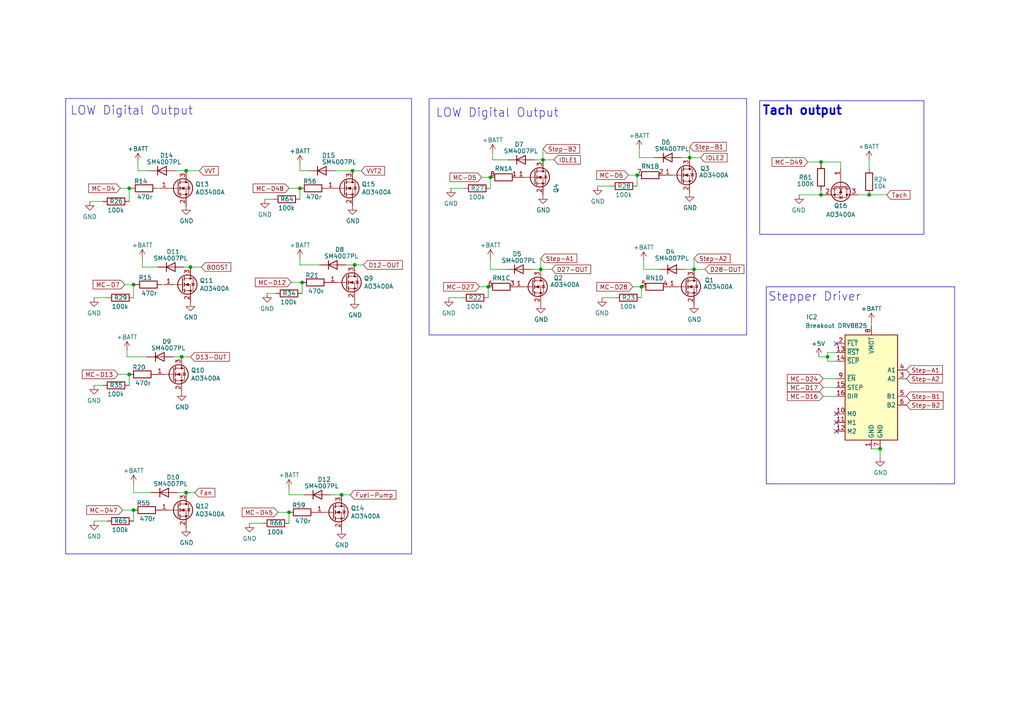
<source format=kicad_sch>
(kicad_sch (version 20231120) (generator "eeschema") (generator_version "8.0")
  (paper "A4")
  (title_block (title "Closed Deck X4") (date "2024-04-25") (rev "A") (company "OpenLogicEFI") (comment 1 "openlogicefi.com"))
  (lib_symbols
    (symbol "Device:R" (pin_numbers hide) (pin_names (offset 0))
      (property "Reference" "R" (at 2.032 0 90))
      (property "Value" "R" (at 0 0 90))
      (symbol "R_0_1"
        (rectangle (start -1.016 -2.54) (end 1.016 2.54) (stroke (width 0.254)))
      )
      (symbol "R_1_1"
        (pin passive line (at 0 3.81 270) (length 1.27) (name "~") (number "1"))
        (pin passive line (at 0 -3.81 90) (length 1.27) (name "~") (number "2"))
      )
    )
    (symbol "Device:R_Pack04_Split" (pin_names (offset 0) hide)
      (property "Reference" "RN" (at 2.032 0 90))
      (property "Value" "R_Pack04_Split" (at 0 0 90))
      (symbol "R_Pack04_Split_0_1"
        (rectangle (start 1.016 2.54) (end -1.016 -2.54) (stroke (width 0.254)))
      )
      (symbol "R_Pack04_Split_1_1"
        (pin passive line (at 0 -3.81 90) (length 1.27) (name "R1.1") (number "1"))
        (pin passive line (at 0 3.81 270) (length 1.27) (name "R1.2") (number "8"))
      )
      (symbol "R_Pack04_Split_2_1"
        (pin passive line (at 0 -3.81 90) (length 1.27) (name "R2.1") (number "2"))
        (pin passive line (at 0 3.81 270) (length 1.27) (name "R2.2") (number "7"))
      )
      (symbol "R_Pack04_Split_3_1"
        (pin passive line (at 0 -3.81 90) (length 1.27) (name "R3.1") (number "3"))
        (pin passive line (at 0 3.81 270) (length 1.27) (name "R3.2") (number "6"))
      )
      (symbol "R_Pack04_Split_4_1"
        (pin passive line (at 0 -3.81 90) (length 1.27) (name "R4.1") (number "4"))
        (pin passive line (at 0 3.81 270) (length 1.27) (name "R4.2") (number "5"))
      )
    )
    (symbol "Diode:1N4148WS" (pin_numbers hide) (pin_names (offset 1.016) hide)
      (property "Reference" "D" (at 0 2.54 0))
      (property "Value" "1N4148WS" (at 0 -2.54 0))
      (symbol "1N4148WS_0_1"
        (polyline (pts (xy -1.27 1.27) (xy -1.27 -1.27)) (stroke (width 0.254)))
        (polyline (pts (xy 1.27 0) (xy -1.27 0)))
        (polyline (pts (xy 1.27 1.27) (xy 1.27 -1.27) (xy -1.27 0) (xy 1.27 1.27)) (stroke (width 0.254)))
      )
      (symbol "1N4148WS_1_1"
        (pin passive line (at -3.81 0 0) (length 2.54) (name "K") (number "1"))
        (pin passive line (at 3.81 0 180) (length 2.54) (name "A") (number "2"))
      )
    )
    (symbol "Driver_Motor:Pololu_Breakout_DRV8825"
      (property "Reference" "A" (at -2.54 16.51 0))
      (property "Value" "Pololu_Breakout_DRV8825" (at -2.54 13.97 0))
      (symbol "Pololu_Breakout_DRV8825_0_1"
        (rectangle (start 7.62 -17.78) (end -7.62 12.7) (stroke (width 0.254)) (fill (type background)))
      )
      (symbol "Pololu_Breakout_DRV8825_1_1"
        (pin power_in line (at 0 -20.32 90) (length 2.54) (name "GND") (number "1"))
        (pin input line (at -10.16 -10.16 0) (length 2.54) (name "M0") (number "10"))
        (pin input line (at -10.16 -12.7 0) (length 2.54) (name "M1") (number "11"))
        (pin input line (at -10.16 -15.24 0) (length 2.54) (name "M2") (number "12"))
        (pin input line (at -10.16 7.62 0) (length 2.54) (name "~{RST}") (number "13"))
        (pin input line (at -10.16 5.08 0) (length 2.54) (name "~{SLP}") (number "14"))
        (pin input line (at -10.16 -2.54 0) (length 2.54) (name "STEP") (number "15"))
        (pin input line (at -10.16 -5.08 0) (length 2.54) (name "DIR") (number "16"))
        (pin output line (at -10.16 10.16 0) (length 2.54) (name "~{FLT}") (number "2"))
        (pin output line (at 10.16 0 180) (length 2.54) (name "A2") (number "3"))
        (pin output line (at 10.16 2.54 180) (length 2.54) (name "A1") (number "4"))
        (pin output line (at 10.16 -5.08 180) (length 2.54) (name "B1") (number "5"))
        (pin output line (at 10.16 -7.62 180) (length 2.54) (name "B2") (number "6"))
        (pin power_in line (at 2.54 -20.32 90) (length 2.54) (name "GND") (number "7"))
        (pin power_in line (at 0 15.24 270) (length 2.54) (name "VMOT") (number "8"))
        (pin input line (at -10.16 0 0) (length 2.54) (name "~{EN}") (number "9"))
      )
    )
    (symbol "Pre_Ignition-cache:AO3400A" (pin_names hide)
      (property "Reference" "Q" (at 5.08 1.905 0))
      (property "Value" "AO3400A" (at 5.08 0 0))
      (symbol "AO3400A_0_1"
        (polyline (pts (xy 0.254 0) (xy -2.54 0)))
        (polyline (pts (xy 0.254 1.905) (xy 0.254 -1.905)) (stroke (width 0.254)))
        (polyline (pts (xy 0.762 -1.27) (xy 0.762 -2.286)) (stroke (width 0.254)))
        (polyline (pts (xy 0.762 0.508) (xy 0.762 -0.508)) (stroke (width 0.254)))
        (polyline (pts (xy 0.762 2.286) (xy 0.762 1.27)) (stroke (width 0.254)))
        (polyline (pts (xy 2.54 2.54) (xy 2.54 1.778)))
        (polyline (pts (xy 2.54 -2.54) (xy 2.54 0) (xy 0.762 0)))
        (polyline (pts (xy 0.762 -1.778) (xy 3.302 -1.778) (xy 3.302 1.778) (xy 0.762 1.778)))
        (polyline (pts (xy 1.016 0) (xy 2.032 0.381) (xy 2.032 -0.381) (xy 1.016 0)) (fill (type outline)))
        (polyline (pts (xy 2.794 0.508) (xy 2.921 0.381) (xy 3.683 0.381) (xy 3.81 0.254)))
        (polyline (pts (xy 3.302 0.381) (xy 2.921 -0.254) (xy 3.683 -0.254) (xy 3.302 0.381)))
        (circle (center 1.651 0) (radius 2.794) (stroke (width 0.254)))
        (circle (center 2.54 -1.778) (radius 0.254) (fill (type outline)))
        (circle (center 2.54 1.778) (radius 0.254) (fill (type outline)))
      )
      (symbol "AO3400A_1_1"
        (pin input line (at -5.08 0 0) (length 2.54) (name "G") (number "1"))
        (pin passive line (at 2.54 -5.08 90) (length 2.54) (name "S") (number "2"))
        (pin passive line (at 2.54 5.08 270) (length 2.54) (name "D") (number "3"))
      )
    )
    (symbol "R_Pack04_SIP_Split_1" (pin_names (offset 0) hide)
      (property "Reference" "RN?" (at 2.54 1.2701 0))
      (property "Value" "R_Pack04_SIP_Split_1" (at 2.54 -1.2699 0))
      (symbol "R_Pack04_SIP_Split_1_0_1"
        (rectangle (start 1.016 2.54) (end -1.016 -2.54) (stroke (width 0.254)))
      )
      (symbol "R_Pack04_SIP_Split_1_1_1"
        (pin passive line (at 0 -3.81 90) (length 1.27) (name "R1.1") (number "1"))
        (pin passive line (at 0 3.81 270) (length 1.27) (name "R1.2") (number "8"))
      )
      (symbol "R_Pack04_SIP_Split_1_2_1"
        (pin passive line (at 0 -3.81 90) (length 1.27) (name "R2.1") (number "3"))
        (pin passive line (at 0 3.81 270) (length 1.27) (name "R2.2") (number "4"))
      )
      (symbol "R_Pack04_SIP_Split_1_3_1"
        (pin passive line (at 0 -3.81 90) (length 1.27) (name "R3.1") (number "5"))
        (pin passive line (at 0 3.81 270) (length 1.27) (name "R3.2") (number "6"))
      )
      (symbol "R_Pack04_SIP_Split_1_4_1"
        (pin passive line (at 0 -3.81 90) (length 1.27) (name "R4.1") (number "7"))
        (pin passive line (at 0 3.81 270) (length 1.27) (name "R4.2") (number "8"))
      )
    )
    (symbol "Transistor_FET:AO3400A" (pin_names hide)
      (property "Reference" "Q" (at 5.08 1.905 0))
      (property "Value" "AO3400A" (at 5.08 0 0))
      (symbol "AO3400A_0_1"
        (polyline (pts (xy 0.254 0) (xy -2.54 0)))
        (polyline (pts (xy 0.254 1.905) (xy 0.254 -1.905)) (stroke (width 0.254)))
        (polyline (pts (xy 0.762 -1.27) (xy 0.762 -2.286)) (stroke (width 0.254)))
        (polyline (pts (xy 0.762 0.508) (xy 0.762 -0.508)) (stroke (width 0.254)))
        (polyline (pts (xy 0.762 2.286) (xy 0.762 1.27)) (stroke (width 0.254)))
        (polyline (pts (xy 2.54 2.54) (xy 2.54 1.778)))
        (polyline (pts (xy 2.54 -2.54) (xy 2.54 0) (xy 0.762 0)))
        (polyline (pts (xy 0.762 -1.778) (xy 3.302 -1.778) (xy 3.302 1.778) (xy 0.762 1.778)))
        (polyline (pts (xy 1.016 0) (xy 2.032 0.381) (xy 2.032 -0.381) (xy 1.016 0)) (fill (type outline)))
        (polyline (pts (xy 2.794 0.508) (xy 2.921 0.381) (xy 3.683 0.381) (xy 3.81 0.254)))
        (polyline (pts (xy 3.302 0.381) (xy 2.921 -0.254) (xy 3.683 -0.254) (xy 3.302 0.381)))
        (circle (center 1.651 0) (radius 2.794) (stroke (width 0.254)))
        (circle (center 2.54 -1.778) (radius 0.254) (fill (type outline)))
        (circle (center 2.54 1.778) (radius 0.254) (fill (type outline)))
      )
      (symbol "AO3400A_1_1"
        (pin input line (at -5.08 0 0) (length 2.54) (name "G") (number "1"))
        (pin passive line (at 2.54 -5.08 90) (length 2.54) (name "S") (number "2"))
        (pin passive line (at 2.54 5.08 270) (length 2.54) (name "D") (number "3"))
      )
    )
    (symbol "power:+5V" (power) (pin_names (offset 0))
      (property "Value" "+5V" (at 0 3.556 0))
      (symbol "+5V_0_1"
        (polyline (pts (xy -0.762 1.27) (xy 0 2.54)))
        (polyline (pts (xy 0 0) (xy 0 2.54)))
        (polyline (pts (xy 0 2.54) (xy 0.762 1.27)))
      )
      (symbol "+5V_1_1"
        (pin power_in line (at 0 0 90) (length 0) hide (name "+5V") (number "1"))
      )
    )
    (symbol "power:+BATT" (power) (pin_names (offset 0))
      (property "Value" "+BATT" (at 0 3.556 0))
      (symbol "+BATT_0_1"
        (polyline (pts (xy -0.762 1.27) (xy 0 2.54)))
        (polyline (pts (xy 0 0) (xy 0 2.54)))
        (polyline (pts (xy 0 2.54) (xy 0.762 1.27)))
      )
      (symbol "+BATT_1_1"
        (pin power_in line (at 0 0 90) (length 0) hide (name "+BATT") (number "1"))
      )
    )
    (symbol "power:GND" (power) (pin_names (offset 0))
      (property "Value" "GND" (at 0 -3.81 0))
      (symbol "GND_0_1"
        (polyline (pts (xy 0 0) (xy 0 -1.27) (xy 1.27 -1.27) (xy 0 -2.54) (xy -1.27 -1.27) (xy 0 -1.27)))
      )
      (symbol "GND_1_1"
        (pin power_in line (at 0 0 270) (length 0) hide (name "GND") (number "1"))
      )
    )
  )
  (junction (at 99.06 143.51))
  (junction (at 86.995 54.61))
  (junction (at 37.465 108.585))
  (junction (at 102.87 76.835))
  (junction (at 38.735 82.55))
  (junction (at 255.27 130.175))
  (junction (at 102.235 49.53))
  (junction (at 87.63 81.915))
  (junction (at 186.055 83.185))
  (junction (at 141.605 83.185))
  (junction (at 156.845 78.105))
  (junction (at 37.465 54.61))
  (junction (at 38.735 147.955))
  (junction (at 252.095 56.515))
  (junction (at 238.125 46.99))
  (junction (at 240.03 103.505))
  (junction (at 53.975 49.53))
  (junction (at 52.705 103.505))
  (junction (at 238.125 56.515))
  (junction (at 55.245 77.47))
  (junction (at 200.025 45.72))
  (junction (at 184.785 50.8))
  (junction (at 157.48 46.355))
  (junction (at 53.975 142.875))
  (junction (at 83.82 148.59))
  (junction (at 201.295 78.105))
  (junction (at 142.24 51.435))
  (no_connect (at 242.57 125.095))
  (no_connect (at 242.57 120.015))
  (no_connect (at 242.57 99.695))
  (no_connect (at 242.57 122.555))
  (wire (pts (xy 27.305 111.76) (xy 29.845 111.76)))
  (wire (pts (xy 83.82 148.59) (xy 83.82 151.765)))
  (wire (pts (xy 38.735 140.335) (xy 38.735 142.875)))
  (wire (pts (xy 231.775 56.515) (xy 238.125 56.515)))
  (wire (pts (xy 186.69 75.565) (xy 186.69 78.105)))
  (wire (pts (xy 186.69 78.105) (xy 191.135 78.105)))
  (wire (pts (xy 58.42 77.47) (xy 55.245 77.47)))
  (wire (pts (xy 182.245 50.8) (xy 184.785 50.8)))
  (wire (pts (xy 142.24 74.93) (xy 142.24 78.105)))
  (wire (pts (xy 38.735 142.875) (xy 43.815 142.875)))
  (wire (pts (xy 38.735 147.955) (xy 38.735 151.13)))
  (wire (pts (xy 139.065 83.185) (xy 141.605 83.185)))
  (wire (pts (xy 101.6 143.51) (xy 99.06 143.51)))
  (wire (pts (xy 183.515 83.185) (xy 186.055 83.185)))
  (polyline (pts (xy 276.86 140.335) (xy 276.86 83.185)))
  (wire (pts (xy 252.73 130.175) (xy 255.27 130.175)))
  (wire (pts (xy 200.025 45.72) (xy 197.485 45.72)))
  (wire (pts (xy 142.24 51.435) (xy 142.24 54.61)))
  (wire (pts (xy 238.125 55.245) (xy 238.125 56.515)))
  (wire (pts (xy 72.39 151.765) (xy 76.2 151.765)))
  (wire (pts (xy 252.095 46.355) (xy 252.095 48.895)))
  (wire (pts (xy 27.305 86.36) (xy 31.115 86.36)))
  (wire (pts (xy 184.785 50.8) (xy 184.785 53.975)))
  (wire (pts (xy 142.24 78.105) (xy 146.685 78.105)))
  (wire (pts (xy 86.995 49.53) (xy 89.535 49.53)))
  (wire (pts (xy 156.845 78.105) (xy 160.02 78.105)))
  (wire (pts (xy 80.645 148.59) (xy 83.82 148.59)))
  (wire (pts (xy 243.84 46.99) (xy 243.84 48.895)))
  (wire (pts (xy 34.925 54.61) (xy 37.465 54.61)))
  (wire (pts (xy 84.455 81.915) (xy 87.63 81.915)))
  (wire (pts (xy 255.27 130.175) (xy 255.27 132.715)))
  (wire (pts (xy 50.8 49.53) (xy 53.975 49.53)))
  (wire (pts (xy 37.465 108.585) (xy 37.465 111.76)))
  (wire (pts (xy 201.295 74.93) (xy 201.295 78.105)))
  (wire (pts (xy 240.03 104.775) (xy 242.57 104.775)))
  (wire (pts (xy 142.875 44.45) (xy 142.875 46.355)))
  (wire (pts (xy 238.76 114.935) (xy 242.57 114.935)))
  (wire (pts (xy 86.995 54.61) (xy 86.995 57.785)))
  (wire (pts (xy 185.42 43.18) (xy 185.42 45.72)))
  (wire (pts (xy 40.005 49.53) (xy 43.18 49.53)))
  (wire (pts (xy 237.49 103.505) (xy 240.03 103.505)))
  (wire (pts (xy 52.705 103.505) (xy 50.165 103.505)))
  (wire (pts (xy 157.48 46.355) (xy 160.655 46.355)))
  (wire (pts (xy 83.82 143.51) (xy 88.265 143.51)))
  (wire (pts (xy 238.125 46.99) (xy 243.84 46.99)))
  (wire (pts (xy 142.875 46.355) (xy 147.32 46.355)))
  (wire (pts (xy 76.835 57.785) (xy 79.375 57.785)))
  (wire (pts (xy 238.125 46.99) (xy 238.125 47.625)))
  (wire (pts (xy 174.625 86.36) (xy 178.435 86.36)))
  (wire (pts (xy 56.515 142.875) (xy 53.975 142.875)))
  (wire (pts (xy 57.785 49.53) (xy 53.975 49.53)))
  (wire (pts (xy 46.863 82.55) (xy 47.625 82.55)))
  (wire (pts (xy 39.243 82.55) (xy 38.735 82.55)))
  (wire (pts (xy 36.83 103.505) (xy 42.545 103.505)))
  (wire (pts (xy 240.03 102.235) (xy 240.03 103.505)))
  (wire (pts (xy 242.57 102.235) (xy 240.03 102.235)))
  (wire (pts (xy 156.845 74.93) (xy 156.845 78.105)))
  (polyline (pts (xy 276.86 83.185) (xy 222.25 83.185)))
  (wire (pts (xy 99.06 143.51) (xy 95.885 143.51)))
  (wire (pts (xy 201.295 78.105) (xy 198.755 78.105)))
  (wire (pts (xy 186.055 83.185) (xy 186.055 86.36)))
  (wire (pts (xy 157.48 43.18) (xy 157.48 46.355)))
  (wire (pts (xy 34.29 108.585) (xy 37.465 108.585)))
  (wire (pts (xy 185.42 45.72) (xy 189.865 45.72)))
  (wire (pts (xy 55.245 103.505) (xy 52.705 103.505)))
  (wire (pts (xy 86.995 76.835) (xy 86.995 74.93)))
  (wire (pts (xy 242.57 112.395) (xy 238.76 112.395)))
  (polyline (pts (xy 222.25 140.335) (xy 276.86 140.335)))
  (wire (pts (xy 139.7 51.435) (xy 142.24 51.435)))
  (wire (pts (xy 105.41 76.835) (xy 102.87 76.835)))
  (wire (pts (xy 102.235 49.53) (xy 97.155 49.53)))
  (wire (pts (xy 41.275 77.47) (xy 45.72 77.47)))
  (wire (pts (xy 37.973 54.61) (xy 37.465 54.61)))
  (wire (pts (xy 252.73 93.345) (xy 252.73 94.615)))
  (wire (pts (xy 102.87 76.835) (xy 100.33 76.835)))
  (wire (pts (xy 200.025 45.72) (xy 203.2 45.72)))
  (wire (pts (xy 83.82 143.51) (xy 83.82 141.605)))
  (wire (pts (xy 238.125 56.515) (xy 238.76 56.515)))
  (wire (pts (xy 26.035 58.42) (xy 29.845 58.42)))
  (wire (pts (xy 240.03 103.505) (xy 240.03 104.775)))
  (polyline (pts (xy 222.25 83.185) (xy 222.25 140.335)))
  (wire (pts (xy 36.195 82.55) (xy 38.735 82.55)))
  (wire (pts (xy 41.275 74.93) (xy 41.275 77.47)))
  (wire (pts (xy 86.995 47.625) (xy 86.995 49.53)))
  (wire (pts (xy 45.593 54.61) (xy 46.355 54.61)))
  (wire (pts (xy 38.735 82.55) (xy 38.735 86.36)))
  (wire (pts (xy 248.92 56.515) (xy 252.095 56.515)))
  (wire (pts (xy 37.465 54.61) (xy 37.465 58.42)))
  (wire (pts (xy 238.76 109.855) (xy 242.57 109.855)))
  (wire (pts (xy 130.81 54.61) (xy 134.62 54.61)))
  (wire (pts (xy 77.47 85.09) (xy 80.01 85.09)))
  (wire (pts (xy 130.175 86.36) (xy 133.985 86.36)))
  (wire (pts (xy 156.845 78.105) (xy 154.305 78.105)))
  (wire (pts (xy 40.005 46.99) (xy 40.005 49.53)))
  (wire (pts (xy 200.025 42.545) (xy 200.025 45.72)))
  (wire (pts (xy 27.305 151.13) (xy 31.115 151.13)))
  (wire (pts (xy 53.975 142.875) (xy 51.435 142.875)))
  (wire (pts (xy 141.605 83.185) (xy 141.605 86.36)))
  (wire (pts (xy 36.83 103.505) (xy 36.83 101.6)))
  (wire (pts (xy 201.295 78.105) (xy 204.47 78.105)))
  (wire (pts (xy 157.48 46.355) (xy 154.94 46.355)))
  (wire (pts (xy 53.34 77.47) (xy 55.245 77.47)))
  (wire (pts (xy 173.355 53.975) (xy 177.165 53.975)))
  (wire (pts (xy 252.095 56.515) (xy 257.175 56.515)))
  (wire (pts (xy 104.775 49.53) (xy 102.235 49.53)))
  (wire (pts (xy 234.315 46.99) (xy 238.125 46.99)))
  (wire (pts (xy 86.995 76.835) (xy 92.71 76.835)))
  (wire (pts (xy 35.56 147.955) (xy 38.735 147.955)))
  (wire (pts (xy 87.63 81.915) (xy 87.63 85.09)))
  (wire (pts (xy 83.82 54.61) (xy 86.995 54.61)))
  (rectangle (start 19.05 28.575) (end 119.38 160.655))
  (rectangle (start 220.345 29.21) (end 267.97 67.945))
  (rectangle (start 124.46 28.575) (end 216.535 97.155))
  (text "Tach output" (at 220.98 33.655 0) (effects (font (size 2.54 2.54) (thickness 0.508) (bold yes)) (justify left bottom)))
  (text "LOW Digital Output " (at 20.32 33.655 0) (effects (font (size 2.4892 2.4892)) (justify left bottom)))
  (text "LOW Digital Output " (at 126.365 34.29 0) (effects (font (size 2.4892 2.4892)) (justify left bottom)))
  (text "Stepper Driver" (at 222.758 87.63 0) (effects (font (size 2.4892 2.4892)) (justify left bottom)))
  (global_label "MC-D48" (shape input) (at 83.82 54.61 180) (property "Intersheetrefs" "${INTERSHEET_REFS}" (effects (hide yes))))
  (global_label "Step-A1" (shape input) (at 156.845 74.93 0) (property "Intersheetrefs" "${INTERSHEET_REFS}" (effects (hide yes))))
  (global_label "Fuel-Pump" (shape input) (at 101.6 143.51 0) (property "Intersheetrefs" "${INTERSHEET_REFS}" (effects (hide yes))))
  (global_label "D12-OUT" (shape input) (at 105.41 76.835 0) (property "Intersheetrefs" "${INTERSHEET_REFS}" (effects (hide yes))))
  (global_label "Step-B1" (shape input) (at 262.89 114.935 0) (property "Intersheetrefs" "${INTERSHEET_REFS}" (effects (hide yes))))
  (global_label "MC-D17" (shape input) (at 238.76 112.395 180) (property "Intersheetrefs" "${INTERSHEET_REFS}" (effects (hide yes))))
  (global_label "MC-D45" (shape input) (at 80.645 148.59 180) (property "Intersheetrefs" "${INTERSHEET_REFS}" (effects (hide yes))))
  (global_label "MC-D7" (shape input) (at 36.195 82.55 180) (property "Intersheetrefs" "${INTERSHEET_REFS}" (effects (hide yes))))
  (global_label "Tach" (shape input) (at 257.175 56.515 0) (property "Intersheetrefs" "${INTERSHEET_REFS}" (effects (hide yes))))
  (global_label "MC-D12" (shape input) (at 84.455 81.915 180) (property "Intersheetrefs" "${INTERSHEET_REFS}" (effects (hide yes))))
  (global_label "MC-D6" (shape input) (at 182.245 50.8 180) (property "Intersheetrefs" "${INTERSHEET_REFS}" (effects (hide yes))))
  (global_label "MC-D5" (shape input) (at 139.7 51.435 180) (property "Intersheetrefs" "${INTERSHEET_REFS}" (effects (hide yes))))
  (global_label "BOOST" (shape input) (at 58.42 77.47 0) (property "Intersheetrefs" "${INTERSHEET_REFS}" (effects (hide yes))))
  (global_label "Step-B2" (shape input) (at 262.89 117.475 0) (property "Intersheetrefs" "${INTERSHEET_REFS}" (effects (hide yes))))
  (global_label "VVT2" (shape input) (at 104.775 49.53 0) (property "Intersheetrefs" "${INTERSHEET_REFS}" (effects (hide yes))))
  (global_label "MC-D24" (shape input) (at 238.76 109.855 180) (property "Intersheetrefs" "${INTERSHEET_REFS}" (effects (hide yes))))
  (global_label "Step-A2" (shape input) (at 201.295 74.93 0) (property "Intersheetrefs" "${INTERSHEET_REFS}" (effects (hide yes))))
  (global_label "D27-OUT" (shape input) (at 160.02 78.105 0) (property "Intersheetrefs" "${INTERSHEET_REFS}" (effects (hide yes))))
  (global_label "MC-D4" (shape input) (at 34.925 54.61 180) (property "Intersheetrefs" "${INTERSHEET_REFS}" (effects (hide yes))))
  (global_label "D13-OUT" (shape input) (at 55.245 103.505 0) (property "Intersheetrefs" "${INTERSHEET_REFS}" (effects (hide yes))))
  (global_label "MC-D49" (shape input) (at 234.315 46.99 180) (property "Intersheetrefs" "${INTERSHEET_REFS}" (effects (hide yes))))
  (global_label "MC-D28" (shape input) (at 183.515 83.185 180) (property "Intersheetrefs" "${INTERSHEET_REFS}" (effects (hide yes))))
  (global_label "Step-B1" (shape input) (at 200.025 42.545 0) (property "Intersheetrefs" "${INTERSHEET_REFS}" (effects (hide yes))))
  (global_label "IDLE2" (shape input) (at 203.2 45.72 0) (property "Intersheetrefs" "${INTERSHEET_REFS}" (effects (hide yes))))
  (global_label "Step-B2" (shape input) (at 157.48 43.18 0) (property "Intersheetrefs" "${INTERSHEET_REFS}" (effects (hide yes))))
  (global_label "Step-A2" (shape input) (at 262.89 109.855 0) (property "Intersheetrefs" "${INTERSHEET_REFS}" (effects (hide yes))))
  (global_label "D28-OUT" (shape input) (at 204.47 78.105 0) (property "Intersheetrefs" "${INTERSHEET_REFS}" (effects (hide yes))))
  (global_label "Fan" (shape input) (at 56.515 142.875 0) (property "Intersheetrefs" "${INTERSHEET_REFS}" (effects (hide yes))))
  (global_label "MC-D13" (shape input) (at 34.29 108.585 180) (property "Intersheetrefs" "${INTERSHEET_REFS}" (effects (hide yes))))
  (global_label "MC-D16" (shape input) (at 238.76 114.935 180) (property "Intersheetrefs" "${INTERSHEET_REFS}" (effects (hide yes))))
  (global_label "MC-D47" (shape input) (at 35.56 147.955 180) (property "Intersheetrefs" "${INTERSHEET_REFS}" (effects (hide yes))))
  (global_label "IDLE1" (shape input) (at 160.655 46.355 0) (property "Intersheetrefs" "${INTERSHEET_REFS}" (effects (hide yes))))
  (global_label "MC-D27" (shape input) (at 139.065 83.185 180) (property "Intersheetrefs" "${INTERSHEET_REFS}" (effects (hide yes))))
  (global_label "Step-A1" (shape input) (at 262.89 107.315 0) (property "Intersheetrefs" "${INTERSHEET_REFS}" (effects (hide yes))))
  (global_label "VVT" (shape input) (at 57.785 49.53 0) (property "Intersheetrefs" "${INTERSHEET_REFS}" (effects (hide yes))))
  (symbol (lib_id "Driver_Motor:Pololu_Breakout_DRV8825") (at 252.73 109.855 0) (unit 1) (in_bom no)
    (property "Reference" "IC2" (at 235.458 91.948 0))
    (property "Value" "Breakout DRV8825" (at 242.57 94.488 0))
    (property "Footprint" "Detonation:DVR8825-Labeled-Front" (effects (hide yes)))
    (property "Description" "Pololu Breakout Board, Stepper Driver DRV8825" (effects (hide yes)))
  )
  (symbol (lib_id "power:GND") (at 255.27 132.715 0) (unit 1)
    (property "Reference" "#PWR073" (effects (hide yes)))
    (property "Value" "GND" (at 255.397 137.1092 0))
  )
  (symbol (lib_id "power:+BATT") (at 252.73 93.345 0) (unit 1)
    (property "Reference" "#PWR072" (effects (hide yes)))
    (property "Value" "+BATT" (at 252.73 89.535 0))
  )
  (symbol (lib_id "Device:R") (at 238.125 51.435 0) (unit 1)
    (property "Reference" "R61" (at 235.585 51.435 0) (effects (justify right)))
    (property "Value" "100K" (at 236.22 53.34 0) (effects (justify right)))
    (property "Footprint" "Resistor_SMD:R_0402_1005Metric" (effects (hide yes)))
    (property "Description" "Resistor" (effects (hide yes)))
    (property "LCSC" "C25741" (effects (hide yes)))
    (property "Manufacture Part Number" "0402WGF1003TCE" (effects (hide yes)))
  )
  (symbol (lib_id "Device:R") (at 41.275 108.585 90) (unit 1)
    (property "Reference" "R20" (at 42.291 106.553 90) (effects (justify left)))
    (property "Value" "470r" (at 43.815 111.125 90) (effects (justify left)))
    (property "Footprint" "Resistor_SMD:R_0402_1005Metric" (effects (hide yes)))
    (property "Description" "Resistor" (effects (hide yes)))
    (property "LCSC" "C25117" (effects (hide yes)))
    (property "Manufacture Part Number" "0402WGF4700TCE" (effects (hide yes)))
  )
  (symbol (lib_id "Device:R_Pack04_Split") (at 188.595 50.8 90) (unit 2)
    (property "Reference" "RN1" (at 188.595 48.26 90))
    (property "Value" "1k" (effects (hide yes)))
    (property "Footprint" "Resistor_SMD:R_Array_Concave_4x0603" (effects (hide yes)))
    (property "Description" "4 resistor network, parallel topology, split" (effects (hide yes)))
    (property "LCSC" "C20197" (effects (hide yes)))
    (property "Manufacture Part Number" "4D03WGJ0102T5E" (effects (hide yes)))
  )
  (symbol (lib_id "Diode:1N4148WS") (at 194.945 78.105 0) (unit 1)
    (property "Reference" "D4" (at 193.04 73.025 0) (effects (justify left)))
    (property "Value" "SM4007PL" (at 189.865 74.93 0) (effects (justify left)))
    (property "Footprint" "Diode_SMD:D_SOD-123F" (effects (hide yes)))
    (property "Description" "75V 0.15A Fast switching Diode, SOD-323" (effects (hide yes)))
    (property "JLC" "C2128" (effects (hide yes)))
    (property "LCSC" "C64898" (effects (hide yes)))
  )
  (symbol (lib_id "Pre_Ignition-cache:AO3400A") (at 198.755 83.185 0) (unit 1)
    (property "Reference" "Q1" (at 205.74 81.28 0))
    (property "Value" "AO3400A" (at 208.28 83.185 0))
    (property "Footprint" "Package_TO_SOT_SMD:SOT-23" (effects (hide yes)))
    (property "LCSC" "C20917" (effects (hide yes)))
  )
  (symbol (lib_id "Device:R") (at 91.44 81.915 90) (unit 1)
    (property "Reference" "R21" (at 92.456 79.883 90) (effects (justify left)))
    (property "Value" "470r" (at 93.98 84.455 90) (effects (justify left)))
    (property "Footprint" "Resistor_SMD:R_0402_1005Metric" (effects (hide yes)))
    (property "Description" "Resistor" (effects (hide yes)))
    (property "LCSC" "C25117" (effects (hide yes)))
    (property "Manufacture Part Number" "0402WGF4700TCE" (effects (hide yes)))
  )
  (symbol (lib_id "Device:R") (at 180.975 53.975 90) (unit 1)
    (property "Reference" "R28" (at 179.07 53.975 90) (effects (justify right)))
    (property "Value" "100k" (at 178.435 56.515 90) (effects (justify right)))
    (property "Footprint" "Resistor_SMD:R_0402_1005Metric" (effects (hide yes)))
    (property "Description" "Resistor" (effects (hide yes)))
    (property "LCSC" "C25741" (effects (hide yes)))
    (property "Manufacture Part Number" "0402WGF1003TCE" (effects (hide yes)))
  )
  (symbol (lib_id "power:GND") (at 201.295 88.265 0) (unit 1)
    (property "Reference" "#PWR0169" (effects (hide yes)))
    (property "Value" "GND" (at 201.422 92.6592 0))
  )
  (symbol (lib_id "Pre_Ignition-cache:AO3400A") (at 243.84 53.975 270) (unit 1)
    (property "Reference" "Q16" (at 243.84 59.69 90))
    (property "Value" "AO3400A" (at 243.84 62.23 90))
    (property "Footprint" "Package_TO_SOT_SMD:SOT-23" (effects (hide yes)))
    (property "LCSC" "C20917" (effects (hide yes)))
  )
  (symbol (lib_id "power:GND") (at 55.245 87.63 0) (unit 1)
    (property "Reference" "#PWR091" (effects (hide yes)))
    (property "Value" "GND" (at 55.372 92.0242 0))
  )
  (symbol (lib_id "power:GND") (at 77.47 85.09 0) (unit 1)
    (property "Reference" "#PWR03" (effects (hide yes)))
    (property "Value" "GND" (at 77.47 89.535 0))
  )
  (symbol (lib_id "Diode:1N4148WS") (at 193.675 45.72 0) (unit 1)
    (property "Reference" "D6" (at 191.77 41.275 0) (effects (justify left)))
    (property "Value" "SM4007PL" (at 189.865 43.18 0) (effects (justify left)))
    (property "Footprint" "Diode_SMD:D_SOD-123F" (effects (hide yes)))
    (property "Description" "75V 0.15A Fast switching Diode, SOD-323" (effects (hide yes)))
    (property "JLC" "C2128" (effects (hide yes)))
    (property "LCSC" "C64898" (effects (hide yes)))
  )
  (symbol (lib_id "Diode:1N4148WS") (at 46.99 49.53 0) (unit 1)
    (property "Reference" "D14" (at 46.355 45.085 0) (effects (justify left)))
    (property "Value" "SM4007PL" (at 42.545 46.99 0) (effects (justify left)))
    (property "Footprint" "Diode_SMD:D_SOD-123F" (effects (hide yes)))
    (property "Description" "75V 0.15A Fast switching Diode, SOD-323" (effects (hide yes)))
    (property "JLC" "C2128" (effects (hide yes)))
    (property "LCSC" "C64898" (effects (hide yes)))
  )
  (symbol (lib_id "Device:R") (at 80.01 151.765 90) (unit 1)
    (property "Reference" "R66" (at 78.105 151.765 90) (effects (justify right)))
    (property "Value" "100k" (at 77.47 154.305 90) (effects (justify right)))
    (property "Footprint" "Resistor_SMD:R_0402_1005Metric" (effects (hide yes)))
    (property "Description" "Resistor" (effects (hide yes)))
    (property "LCSC" "C25741" (effects (hide yes)))
    (property "Manufacture Part Number" "0402WGF1003TCE" (effects (hide yes)))
  )
  (symbol (lib_id "power:GND") (at 174.625 86.36 0) (unit 1)
    (property "Reference" "#PWR0146" (effects (hide yes)))
    (property "Value" "GND" (at 174.625 90.805 0))
  )
  (symbol (lib_id "power:GND") (at 156.845 88.265 0) (unit 1)
    (property "Reference" "#PWR0170" (effects (hide yes)))
    (property "Value" "GND" (at 156.972 92.6592 0))
  )
  (symbol (lib_id "Device:R") (at 41.783 54.61 90) (unit 1)
    (property "Reference" "R14" (at 42.799 52.578 90) (effects (justify left)))
    (property "Value" "470r" (at 44.323 57.15 90) (effects (justify left)))
    (property "Footprint" "Resistor_SMD:R_0402_1005Metric" (effects (hide yes)))
    (property "Description" "Resistor" (effects (hide yes)))
    (property "LCSC" "C25117" (effects (hide yes)))
    (property "Manufacture Part Number" "0402WGF4700TCE" (effects (hide yes)))
  )
  (symbol (lib_id "Diode:1N4148WS") (at 92.075 143.51 0) (unit 1)
    (property "Reference" "D12" (at 92.075 139.065 0) (effects (justify left)))
    (property "Value" "SM4007PL" (at 88.265 140.97 0) (effects (justify left)))
    (property "Footprint" "Diode_SMD:D_SOD-123F" (effects (hide yes)))
    (property "Description" "75V 0.15A Fast switching Diode, SOD-323" (effects (hide yes)))
    (property "JLC" "C2128" (effects (hide yes)))
    (property "LCSC" "C64898" (effects (hide yes)))
  )
  (symbol (lib_id "Device:R") (at 43.053 82.55 90) (unit 1)
    (property "Reference" "R15" (at 44.069 80.518 90) (effects (justify left)))
    (property "Value" "470r" (at 45.593 85.09 90) (effects (justify left)))
    (property "Footprint" "Resistor_SMD:R_0402_1005Metric" (effects (hide yes)))
    (property "Description" "Resistor" (effects (hide yes)))
    (property "LCSC" "C25117" (effects (hide yes)))
    (property "Manufacture Part Number" "0402WGF4700TCE" (effects (hide yes)))
  )
  (symbol (lib_id "Device:R") (at 138.43 54.61 90) (unit 1)
    (property "Reference" "R27" (at 136.525 54.61 90) (effects (justify right)))
    (property "Value" "100k" (at 135.89 57.15 90) (effects (justify right)))
    (property "Footprint" "Resistor_SMD:R_0402_1005Metric" (effects (hide yes)))
    (property "Description" "Resistor" (effects (hide yes)))
    (property "LCSC" "C25741" (effects (hide yes)))
    (property "Manufacture Part Number" "0402WGF1003TCE" (effects (hide yes)))
  )
  (symbol (lib_id "Transistor_FET:AO3400A") (at 100.33 81.915 0) (unit 1)
    (property "Reference" "Q9" (at 105.537 80.7466 0) (effects (justify left)))
    (property "Value" "AO3400A" (at 105.537 83.058 0) (effects (justify left)))
    (property "Footprint" "Package_TO_SOT_SMD:SOT-23" (effects (hide yes)))
    (property "Description" "30V Vds, 5.7A Id, N-Channel MOSFET, SOT-23" (effects (hide yes)))
    (property "LCSC" "C20917" (effects (hide yes)))
  )
  (symbol (lib_id "power:GND") (at 130.175 86.36 0) (unit 1)
    (property "Reference" "#PWR0144" (effects (hide yes)))
    (property "Value" "GND" (at 130.175 90.805 0))
  )
  (symbol (lib_id "power:GND") (at 130.81 54.61 0) (unit 1)
    (property "Reference" "#PWR0140" (effects (hide yes)))
    (property "Value" "GND" (at 130.81 59.055 0))
  )
  (symbol (lib_id "Diode:1N4148WS") (at 150.495 78.105 0) (unit 1)
    (property "Reference" "D5" (at 148.59 73.66 0) (effects (justify left)))
    (property "Value" "SM4007PL" (at 145.415 75.565 0) (effects (justify left)))
    (property "Footprint" "Diode_SMD:D_SOD-123F" (effects (hide yes)))
    (property "Description" "75V 0.15A Fast switching Diode, SOD-323" (effects (hide yes)))
    (property "JLC" "C2128" (effects (hide yes)))
    (property "LCSC" "C64898" (effects (hide yes)))
  )
  (symbol (lib_id "power:+BATT") (at 83.82 141.605 0) (unit 1)
    (property "Reference" "#PWR0152" (effects (hide yes)))
    (property "Value" "+BATT" (at 83.82 137.795 0))
  )
  (symbol (lib_id "Device:R") (at 42.545 147.955 90) (unit 1)
    (property "Reference" "R55" (at 43.561 145.923 90) (effects (justify left)))
    (property "Value" "470r" (at 45.085 150.495 90) (effects (justify left)))
    (property "Footprint" "Resistor_SMD:R_0402_1005Metric" (effects (hide yes)))
    (property "Description" "Resistor" (effects (hide yes)))
    (property "LCSC" "C25117" (effects (hide yes)))
    (property "Manufacture Part Number" "0402WGF4700TCE" (effects (hide yes)))
  )
  (symbol (lib_id "Device:R") (at 252.095 52.705 0) (unit 1)
    (property "Reference" "R24" (at 253.365 52.07 0) (effects (justify left)))
    (property "Value" "10k" (at 253.365 53.975 0) (effects (justify left)))
    (property "Footprint" "Resistor_SMD:R_0402_1005Metric" (effects (hide yes)))
    (property "Description" "Resistor" (effects (hide yes)))
    (property "LCSC" "C25744" (effects (hide yes)))
    (property "Manufacture Part Number" "0402WGF1002TCE" (effects (hide yes)))
  )
  (symbol (lib_id "Pre_Ignition-cache:AO3400A") (at 197.485 50.8 0) (unit 1)
    (property "Reference" "Q3" (at 204.47 48.895 0))
    (property "Value" "AO3400A" (at 207.01 50.8 0))
    (property "Footprint" "Package_TO_SOT_SMD:SOT-23" (effects (hide yes)))
    (property "LCSC" "C20917" (effects (hide yes)))
  )
  (symbol (lib_id "power:GND") (at 231.775 56.515 0) (unit 1)
    (property "Reference" "#PWR084" (effects (hide yes)))
    (property "Value" "GND" (at 233.68 60.96 0) (effects (justify right)))
  )
  (symbol (lib_id "Diode:1N4148WS") (at 96.52 76.835 0) (unit 1)
    (property "Reference" "D8" (at 97.155 72.39 0) (effects (justify left)))
    (property "Value" "SM4007PL" (at 93.98 74.295 0) (effects (justify left)))
    (property "Footprint" "Diode_SMD:D_SOD-123F" (effects (hide yes)))
    (property "Description" "75V 0.15A Fast switching Diode, SOD-323" (effects (hide yes)))
    (property "JLC" "C2128" (effects (hide yes)))
    (property "LCSC" "C64898" (effects (hide yes)))
  )
  (symbol (lib_id "Diode:1N4148WS") (at 47.625 142.875 0) (unit 1)
    (property "Reference" "D10" (at 48.26 138.43 0) (effects (justify left)))
    (property "Value" "SM4007PL" (at 44.45 140.335 0) (effects (justify left)))
    (property "Footprint" "Diode_SMD:D_SOD-123F" (effects (hide yes)))
    (property "Description" "75V 0.15A Fast switching Diode, SOD-323" (effects (hide yes)))
    (property "JLC" "C2128" (effects (hide yes)))
    (property "LCSC" "C64898" (effects (hide yes)))
  )
  (symbol (lib_id "Diode:1N4148WS") (at 49.53 77.47 0) (unit 1)
    (property "Reference" "D11" (at 48.26 73.025 0) (effects (justify left)))
    (property "Value" "SM4007PL" (at 44.45 74.93 0) (effects (justify left)))
    (property "Footprint" "Diode_SMD:D_SOD-123F" (effects (hide yes)))
    (property "Description" "75V 0.15A Fast switching Diode, SOD-323" (effects (hide yes)))
    (property "JLC" "C2128" (effects (hide yes)))
    (property "LCSC" "C64898" (effects (hide yes)))
  )
  (symbol (lib_id "Device:R") (at 90.805 54.61 90) (unit 1)
    (property "Reference" "R56" (at 91.821 52.578 90) (effects (justify left)))
    (property "Value" "470r" (at 93.345 57.15 90) (effects (justify left)))
    (property "Footprint" "Resistor_SMD:R_0402_1005Metric" (effects (hide yes)))
    (property "Description" "Resistor" (effects (hide yes)))
    (property "LCSC" "C25117" (effects (hide yes)))
    (property "Manufacture Part Number" "0402WGF4700TCE" (effects (hide yes)))
  )
  (symbol (lib_id "power:GND") (at 27.305 111.76 0) (unit 1)
    (property "Reference" "#PWR062" (effects (hide yes)))
    (property "Value" "GND" (at 27.305 116.205 0))
  )
  (symbol (lib_id "power:+BATT") (at 86.995 47.625 0) (unit 1)
    (property "Reference" "#PWR064" (effects (hide yes)))
    (property "Value" "+BATT" (at 86.995 43.815 0))
  )
  (symbol (lib_id "Device:R") (at 33.655 111.76 90) (unit 1)
    (property "Reference" "R35" (at 31.75 111.76 90) (effects (justify right)))
    (property "Value" "100k" (at 31.115 114.3 90) (effects (justify right)))
    (property "Footprint" "Resistor_SMD:R_0402_1005Metric" (effects (hide yes)))
    (property "Description" "Resistor" (effects (hide yes)))
    (property "LCSC" "C25741" (effects (hide yes)))
    (property "Manufacture Part Number" "0402WGF1003TCE" (effects (hide yes)))
  )
  (symbol (lib_id "power:GND") (at 99.06 153.67 0) (unit 1)
    (property "Reference" "#PWR0153" (effects (hide yes)))
    (property "Value" "GND" (at 99.187 158.0642 0))
  )
  (symbol (lib_id "Device:R_Pack04_Split") (at 145.415 83.185 90) (unit 3)
    (property "Reference" "RN1" (at 145.415 80.645 90))
    (property "Value" "1k" (effects (hide yes)))
    (property "Footprint" "Resistor_SMD:R_Array_Concave_4x0603" (effects (hide yes)))
    (property "Description" "4 resistor network, parallel topology, split" (effects (hide yes)))
    (property "LCSC" "C20197" (effects (hide yes)))
    (property "Manufacture Part Number" "4D03WGJ0102T5E" (effects (hide yes)))
  )
  (symbol (lib_id "power:+BATT") (at 142.875 44.45 0) (unit 1)
    (property "Reference" "#PWR0141" (effects (hide yes)))
    (property "Value" "+BATT" (at 142.875 40.64 0))
  )
  (symbol (lib_id "power:GND") (at 173.355 53.975 0) (unit 1)
    (property "Reference" "#PWR0142" (effects (hide yes)))
    (property "Value" "GND" (at 173.355 58.42 0))
  )
  (symbol (lib_id "Transistor_FET:AO3400A") (at 52.705 82.55 0) (unit 1)
    (property "Reference" "Q11" (at 57.912 81.3816 0) (effects (justify left)))
    (property "Value" "AO3400A" (at 57.912 83.693 0) (effects (justify left)))
    (property "Footprint" "Package_TO_SOT_SMD:SOT-23" (effects (hide yes)))
    (property "Description" "30V Vds, 5.7A Id, N-Channel MOSFET, SOT-23" (effects (hide yes)))
    (property "JLC" "C20917" (effects (hide yes)))
    (property "LCSC" "C20917" (effects (hide yes)))
  )
  (symbol (lib_id "power:GND") (at 102.87 86.995 0) (unit 1)
    (property "Reference" "#PWR0104" (effects (hide yes)))
    (property "Value" "GND" (at 102.997 91.3892 0))
  )
  (symbol (lib_id "Device:R") (at 182.245 86.36 90) (unit 1)
    (property "Reference" "R23" (at 180.34 86.36 90) (effects (justify right)))
    (property "Value" "100k" (at 179.705 88.9 90) (effects (justify right)))
    (property "Footprint" "Resistor_SMD:R_0402_1005Metric" (effects (hide yes)))
    (property "Description" "Resistor" (effects (hide yes)))
    (property "LCSC" "C25741" (effects (hide yes)))
    (property "Manufacture Part Number" "0402WGF1003TCE" (effects (hide yes)))
  )
  (symbol (lib_id "Transistor_FET:AO3400A") (at 50.165 108.585 0) (unit 1)
    (property "Reference" "Q10" (at 55.372 107.4166 0) (effects (justify left)))
    (property "Value" "AO3400A" (at 55.372 109.728 0) (effects (justify left)))
    (property "Footprint" "Package_TO_SOT_SMD:SOT-23" (effects (hide yes)))
    (property "Description" "30V Vds, 5.7A Id, N-Channel MOSFET, SOT-23" (effects (hide yes)))
    (property "LCSC" "C20917" (effects (hide yes)))
  )
  (symbol (lib_id "power:+BATT") (at 185.42 43.18 0) (unit 1)
    (property "Reference" "#PWR0143" (effects (hide yes)))
    (property "Value" "+BATT" (at 185.42 39.37 0))
  )
  (symbol (lib_id "Device:R") (at 33.655 58.42 90) (unit 1)
    (property "Reference" "R26" (at 31.75 58.42 90) (effects (justify right)))
    (property "Value" "100k" (at 31.115 60.96 90) (effects (justify right)))
    (property "Footprint" "Resistor_SMD:R_0402_1005Metric" (effects (hide yes)))
    (property "Description" "Resistor" (effects (hide yes)))
    (property "LCSC" "C25741" (effects (hide yes)))
    (property "Manufacture Part Number" "0402WGF1003TCE" (effects (hide yes)))
  )
  (symbol (lib_id "power:+BATT") (at 38.735 140.335 0) (unit 1)
    (property "Reference" "#PWR0156" (effects (hide yes)))
    (property "Value" "+BATT" (at 38.735 136.525 0))
  )
  (symbol (lib_id "power:GND") (at 27.305 86.36 0) (unit 1)
    (property "Reference" "#PWR081" (effects (hide yes)))
    (property "Value" "GND" (at 27.305 90.805 0))
  )
  (symbol (lib_id "power:GND") (at 52.705 113.665 0) (unit 1)
    (property "Reference" "#PWR068" (effects (hide yes)))
    (property "Value" "GND" (at 52.832 118.0592 0))
  )
  (symbol (lib_id "power:GND") (at 27.305 151.13 0) (unit 1)
    (property "Reference" "#PWR0155" (effects (hide yes)))
    (property "Value" "GND" (at 27.305 155.575 0))
  )
  (symbol (lib_id "power:+BATT") (at 186.69 75.565 0) (unit 1)
    (property "Reference" "#PWR0147" (effects (hide yes)))
    (property "Value" "+BATT" (at 186.69 71.755 0))
  )
  (symbol (lib_id "power:+BATT") (at 252.095 46.355 0) (unit 1)
    (property "Reference" "#PWR086" (effects (hide yes)))
    (property "Value" "+BATT" (at 248.92 42.545 0) (effects (justify left)))
  )
  (symbol (lib_id "Device:R_Pack04_Split") (at 189.865 83.185 90) (unit 4)
    (property "Reference" "RN1" (at 189.865 80.645 90))
    (property "Value" "1k" (effects (hide yes)))
    (property "Footprint" "Resistor_SMD:R_Array_Concave_4x0603" (effects (hide yes)))
    (property "Description" "4 resistor network, parallel topology, split" (effects (hide yes)))
    (property "LCSC" "C20197" (effects (hide yes)))
    (property "Manufacture Part Number" "4D03WGJ0102T5E" (effects (hide yes)))
  )
  (symbol (lib_id "power:GND") (at 72.39 151.765 0) (unit 1)
    (property "Reference" "#PWR0122" (effects (hide yes)))
    (property "Value" "GND" (at 72.39 156.21 0))
  )
  (symbol (lib_id "Device:R") (at 87.63 148.59 90) (unit 1)
    (property "Reference" "R59" (at 88.646 146.558 90) (effects (justify left)))
    (property "Value" "470r" (at 90.17 151.13 90) (effects (justify left)))
    (property "Footprint" "Resistor_SMD:R_0402_1005Metric" (effects (hide yes)))
    (property "Description" "Resistor" (effects (hide yes)))
    (property "LCSC" "C25117" (effects (hide yes)))
    (property "Manufacture Part Number" "0402WGF4700TCE" (effects (hide yes)))
  )
  (symbol (lib_id "Transistor_FET:AO3400A") (at 51.435 147.955 0) (unit 1)
    (property "Reference" "Q12" (at 56.642 146.7866 0) (effects (justify left)))
    (property "Value" "AO3400A" (at 56.642 149.098 0) (effects (justify left)))
    (property "Footprint" "Package_TO_SOT_SMD:SOT-23" (effects (hide yes)))
    (property "Description" "30V Vds, 5.7A Id, N-Channel MOSFET, SOT-23" (effects (hide yes)))
    (property "JLC" "C20917" (effects (hide yes)))
    (property "LCSC" "C20917" (effects (hide yes)))
  )
  (symbol (lib_id "power:+BATT") (at 142.24 74.93 0) (unit 1)
    (property "Reference" "#PWR0145" (effects (hide yes)))
    (property "Value" "+BATT" (at 142.24 71.12 0))
  )
  (symbol (lib_id "power:+BATT") (at 40.005 46.99 0) (unit 1)
    (property "Reference" "#PWR0132" (effects (hide yes)))
    (property "Value" "+BATT" (at 40.005 43.18 0))
  )
  (symbol (lib_id "Device:R") (at 34.925 151.13 90) (unit 1)
    (property "Reference" "R65" (at 33.02 151.13 90) (effects (justify right)))
    (property "Value" "100k" (at 32.385 153.67 90) (effects (justify right)))
    (property "Footprint" "Resistor_SMD:R_0402_1005Metric" (effects (hide yes)))
    (property "Description" "Resistor" (effects (hide yes)))
    (property "LCSC" "C25741" (effects (hide yes)))
    (property "Manufacture Part Number" "0402WGF1003TCE" (effects (hide yes)))
  )
  (symbol (lib_id "Diode:1N4148WS") (at 93.345 49.53 0) (unit 1)
    (property "Reference" "D15" (at 93.345 45.085 0) (effects (justify left)))
    (property "Value" "SM4007PL" (at 93.345 46.99 0) (effects (justify left)))
    (property "Footprint" "Diode_SMD:D_SOD-123F" (effects (hide yes)))
    (property "Description" "75V 0.15A Fast switching Diode, SOD-323" (effects (hide yes)))
    (property "JLC" "C2128" (effects (hide yes)))
    (property "LCSC" "C64898" (effects (hide yes)))
  )
  (symbol (lib_id "power:GND") (at 26.035 58.42 0) (unit 1)
    (property "Reference" "#PWR0131" (effects (hide yes)))
    (property "Value" "GND" (at 26.035 62.865 0))
  )
  (symbol (lib_id "power:+BATT") (at 36.83 101.6 0) (unit 1)
    (property "Reference" "#PWR065" (effects (hide yes)))
    (property "Value" "+BATT" (at 36.83 97.79 0))
  )
  (symbol (lib_id "power:GND") (at 53.975 153.035 0) (unit 1)
    (property "Reference" "#PWR0157" (effects (hide yes)))
    (property "Value" "GND" (at 54.102 157.4292 0))
  )
  (symbol (lib_id "Device:R") (at 83.82 85.09 90) (unit 1)
    (property "Reference" "R34" (at 81.915 85.09 90) (effects (justify right)))
    (property "Value" "100k" (at 81.28 87.63 90) (effects (justify right)))
    (property "Footprint" "Resistor_SMD:R_0402_1005Metric" (effects (hide yes)))
    (property "Description" "Resistor" (effects (hide yes)))
    (property "LCSC" "C25741" (effects (hide yes)))
    (property "Manufacture Part Number" "0402WGF1003TCE" (effects (hide yes)))
  )
  (symbol (lib_id "power:GND") (at 53.975 59.69 0) (unit 1)
    (property "Reference" "#PWR0133" (effects (hide yes)))
    (property "Value" "GND" (at 54.102 64.0842 0))
  )
  (symbol (lib_id "power:GND") (at 102.235 59.69 0) (unit 1)
    (property "Reference" "#PWR066" (effects (hide yes)))
    (property "Value" "GND" (at 102.362 64.0842 0))
  )
  (symbol (lib_id "power:GND") (at 76.835 57.785 0) (unit 1)
    (property "Reference" "#PWR0134" (effects (hide yes)))
    (property "Value" "GND" (at 76.835 62.23 0))
  )
  (symbol (lib_id "power:GND") (at 157.48 56.515 0) (unit 1)
    (property "Reference" "#PWR0167" (effects (hide yes)))
    (property "Value" "GND" (at 157.607 60.9092 0))
  )
  (symbol (lib_id "power:+BATT") (at 86.995 74.93 0) (unit 1)
    (property "Reference" "#PWR089" (effects (hide yes)))
    (property "Value" "+BATT" (at 86.995 71.12 0))
  )
  (symbol (lib_id "Device:R") (at 137.795 86.36 90) (unit 1)
    (property "Reference" "R22" (at 135.89 86.36 90) (effects (justify right)))
    (property "Value" "100k" (at 135.255 88.9 90) (effects (justify right)))
    (property "Footprint" "Resistor_SMD:R_0402_1005Metric" (effects (hide yes)))
    (property "Description" "Resistor" (effects (hide yes)))
    (property "LCSC" "C25741" (effects (hide yes)))
    (property "Manufacture Part Number" "0402WGF1003TCE" (effects (hide yes)))
  )
  (symbol (lib_id "Transistor_FET:AO3400A") (at 96.52 148.59 0) (unit 1)
    (property "Reference" "Q14" (at 101.727 147.4216 0) (effects (justify left)))
    (property "Value" "AO3400A" (at 101.727 149.733 0) (effects (justify left)))
    (property "Footprint" "Package_TO_SOT_SMD:SOT-23" (effects (hide yes)))
    (property "Description" "30V Vds, 5.7A Id, N-Channel MOSFET, SOT-23" (effects (hide yes)))
    (property "JLC" "C20917" (effects (hide yes)))
    (property "LCSC" "C20917" (effects (hide yes)))
  )
  (symbol (lib_id "power:+BATT") (at 41.275 74.93 0) (unit 1)
    (property "Reference" "#PWR087" (effects (hide yes)))
    (property "Value" "+BATT" (at 41.275 71.12 0))
  )
  (symbol (lib_id "Pre_Ignition-cache:AO3400A") (at 154.305 83.185 0) (unit 1)
    (property "Reference" "Q2" (at 161.925 80.645 0))
    (property "Value" "AO3400A" (at 163.83 82.55 0))
    (property "Footprint" "Package_TO_SOT_SMD:SOT-23" (effects (hide yes)))
    (property "LCSC" "C20917" (effects (hide yes)))
  )
  (symbol (lib_name "R_Pack04_SIP_Split_1") (lib_id "Device:R_Pack04_SIP_Split") (at 146.05 51.435 90) (unit 1)
    (property "Reference" "RN1" (at 146.05 48.895 90))
    (property "Value" "1k" (effects (hide yes)))
    (property "Footprint" "Resistor_SMD:R_Array_Concave_4x0603" (effects (hide yes)))
    (property "Description" "4 resistor network, parallel topology, split" (effects (hide yes)))
    (property "LCSC" "C20197" (effects (hide yes)))
    (property "Manufacture Part Number" "4D03WGJ0102T5E" (effects (hide yes)))
  )
  (symbol (lib_id "power:GND") (at 200.025 55.88 0) (unit 1)
    (property "Reference" "#PWR0168" (effects (hide yes)))
    (property "Value" "GND" (at 200.152 60.2742 0))
  )
  (symbol (lib_id "Diode:1N4148WS") (at 151.13 46.355 0) (unit 1)
    (property "Reference" "D7" (at 149.225 41.91 0) (effects (justify left)))
    (property "Value" "SM4007PL" (at 146.05 43.815 0) (effects (justify left)))
    (property "Footprint" "Diode_SMD:D_SOD-123F" (effects (hide yes)))
    (property "Description" "75V 0.15A Fast switching Diode, SOD-323" (effects (hide yes)))
    (property "JLC" "C2128" (effects (hide yes)))
    (property "LCSC" "C64898" (effects (hide yes)))
  )
  (symbol (lib_id "Device:R") (at 83.185 57.785 90) (unit 1)
    (property "Reference" "R64" (at 81.28 57.785 90) (effects (justify right)))
    (property "Value" "100k" (at 80.645 60.325 90) (effects (justify right)))
    (property "Footprint" "Resistor_SMD:R_0402_1005Metric" (effects (hide yes)))
    (property "Description" "Resistor" (effects (hide yes)))
    (property "LCSC" "C25741" (effects (hide yes)))
    (property "Manufacture Part Number" "0402WGF1003TCE" (effects (hide yes)))
  )
  (symbol (lib_id "Device:R") (at 34.925 86.36 90) (unit 1)
    (property "Reference" "R29" (at 33.02 86.36 90) (effects (justify right)))
    (property "Value" "100k" (at 32.385 88.9 90) (effects (justify right)))
    (property "Footprint" "Resistor_SMD:R_0402_1005Metric" (effects (hide yes)))
    (property "Description" "Resistor" (effects (hide yes)))
    (property "LCSC" "C25741" (effects (hide yes)))
    (property "Manufacture Part Number" "0402WGF1003TCE" (effects (hide yes)))
  )
  (symbol (lib_id "Pre_Ignition-cache:AO3400A") (at 154.94 51.435 0) (unit 1)
    (property "Reference" "Q4" (at 161.29 54.61 90))
    (property "Value" "AO3400A" (effects (hide yes)))
    (property "Footprint" "Package_TO_SOT_SMD:SOT-23" (effects (hide yes)))
    (property "LCSC" "C20917" (effects (hide yes)))
  )
  (symbol (lib_id "Transistor_FET:AO3400A") (at 99.695 54.61 0) (unit 1)
    (property "Reference" "Q15" (at 104.902 53.4416 0) (effects (justify left)))
    (property "Value" "AO3400A" (at 104.902 55.753 0) (effects (justify left)))
    (property "Footprint" "Package_TO_SOT_SMD:SOT-23" (effects (hide yes)))
    (property "Description" "30V Vds, 5.7A Id, N-Channel MOSFET, SOT-23" (effects (hide yes)))
    (property "JLC" "C20917" (effects (hide yes)))
    (property "LCSC" "C20917" (effects (hide yes)))
  )
  (symbol (lib_id "power:+5V") (at 237.49 103.505 0) (unit 1)
    (property "Reference" "#PWR071" (effects (hide yes)))
    (property "Value" "+5V" (at 239.395 99.695 0) (effects (justify right)))
  )
  (symbol (lib_id "Transistor_FET:AO3400A") (at 51.435 54.61 0) (unit 1)
    (property "Reference" "Q13" (at 56.642 53.4416 0) (effects (justify left)))
    (property "Value" "AO3400A" (at 56.642 55.753 0) (effects (justify left)))
    (property "Footprint" "Package_TO_SOT_SMD:SOT-23" (effects (hide yes)))
    (property "Description" "30V Vds, 5.7A Id, N-Channel MOSFET, SOT-23" (effects (hide yes)))
    (property "JLC" "C20917" (effects (hide yes)))
    (property "LCSC" "C20917" (effects (hide yes)))
  )
  (symbol (lib_id "Diode:1N4148WS") (at 46.355 103.505 0) (unit 1)
    (property "Reference" "D9" (at 46.99 99.06 0) (effects (justify left)))
    (property "Value" "SM4007PL" (at 43.815 100.965 0) (effects (justify left)))
    (property "Footprint" "Diode_SMD:D_SOD-123F" (effects (hide yes)))
    (property "Description" "75V 0.15A Fast switching Diode, SOD-323" (effects (hide yes)))
    (property "JLC" "C2128" (effects (hide yes)))
    (property "LCSC" "C64898" (effects (hide yes)))
  )
)
</source>
